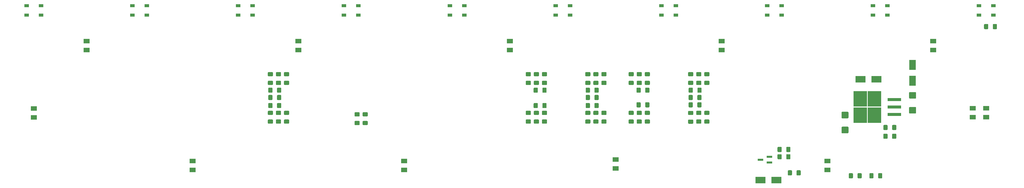
<source format=gbr>
%TF.GenerationSoftware,KiCad,Pcbnew,(5.1.6)-1*%
%TF.CreationDate,2021-05-10T16:49:00-07:00*%
%TF.ProjectId,NiCd Battery Shield - VP400KH,4e694364-2042-4617-9474-657279205368,1*%
%TF.SameCoordinates,Original*%
%TF.FileFunction,Paste,Top*%
%TF.FilePolarity,Positive*%
%FSLAX46Y46*%
G04 Gerber Fmt 4.6, Leading zero omitted, Abs format (unit mm)*
G04 Created by KiCad (PCBNEW (5.1.6)-1) date 2021-05-10 16:49:00*
%MOMM*%
%LPD*%
G01*
G04 APERTURE LIST*
%ADD10R,3.500000X2.300000*%
%ADD11R,1.500000X1.000000*%
%ADD12R,2.000000X1.520000*%
%ADD13R,1.900000X0.800000*%
%ADD14R,4.550000X5.250000*%
%ADD15R,4.600000X1.100000*%
%ADD16R,2.300000X3.500000*%
G04 APERTURE END LIST*
D10*
%TO.C,D1*%
X339300000Y-151000000D03*
X344700000Y-151000000D03*
%TD*%
%TO.C,R47*%
G36*
G01*
X317512500Y-183625000D02*
X317512500Y-182375000D01*
G75*
G02*
X317762500Y-182125000I250000J0D01*
G01*
X318687500Y-182125000D01*
G75*
G02*
X318937500Y-182375000I0J-250000D01*
G01*
X318937500Y-183625000D01*
G75*
G02*
X318687500Y-183875000I-250000J0D01*
G01*
X317762500Y-183875000D01*
G75*
G02*
X317512500Y-183625000I0J250000D01*
G01*
G37*
G36*
G01*
X314537500Y-183625000D02*
X314537500Y-182375000D01*
G75*
G02*
X314787500Y-182125000I250000J0D01*
G01*
X315712500Y-182125000D01*
G75*
G02*
X315962500Y-182375000I0J-250000D01*
G01*
X315962500Y-183625000D01*
G75*
G02*
X315712500Y-183875000I-250000J0D01*
G01*
X314787500Y-183875000D01*
G75*
G02*
X314537500Y-183625000I0J250000D01*
G01*
G37*
%TD*%
%TO.C,C6*%
G36*
G01*
X333074999Y-167225000D02*
X334925001Y-167225000D01*
G75*
G02*
X335175000Y-167474999I0J-249999D01*
G01*
X335175000Y-169225001D01*
G75*
G02*
X334925001Y-169475000I-249999J0D01*
G01*
X333074999Y-169475000D01*
G75*
G02*
X332825000Y-169225001I0J249999D01*
G01*
X332825000Y-167474999D01*
G75*
G02*
X333074999Y-167225000I249999J0D01*
G01*
G37*
G36*
G01*
X333074999Y-162125000D02*
X334925001Y-162125000D01*
G75*
G02*
X335175000Y-162374999I0J-249999D01*
G01*
X335175000Y-164125001D01*
G75*
G02*
X334925001Y-164375000I-249999J0D01*
G01*
X333074999Y-164375000D01*
G75*
G02*
X332825000Y-164125001I0J249999D01*
G01*
X332825000Y-162374999D01*
G75*
G02*
X333074999Y-162125000I249999J0D01*
G01*
G37*
%TD*%
%TO.C,C5*%
G36*
G01*
X356074999Y-160475000D02*
X357925001Y-160475000D01*
G75*
G02*
X358175000Y-160724999I0J-249999D01*
G01*
X358175000Y-162475001D01*
G75*
G02*
X357925001Y-162725000I-249999J0D01*
G01*
X356074999Y-162725000D01*
G75*
G02*
X355825000Y-162475001I0J249999D01*
G01*
X355825000Y-160724999D01*
G75*
G02*
X356074999Y-160475000I249999J0D01*
G01*
G37*
G36*
G01*
X356074999Y-155375000D02*
X357925001Y-155375000D01*
G75*
G02*
X358175000Y-155624999I0J-249999D01*
G01*
X358175000Y-157375001D01*
G75*
G02*
X357925001Y-157625000I-249999J0D01*
G01*
X356074999Y-157625000D01*
G75*
G02*
X355825000Y-157375001I0J249999D01*
G01*
X355825000Y-155624999D01*
G75*
G02*
X356074999Y-155375000I249999J0D01*
G01*
G37*
%TD*%
%TO.C,C1*%
G36*
G01*
X283762500Y-157875000D02*
X283762500Y-156625000D01*
G75*
G02*
X284012500Y-156375000I250000J0D01*
G01*
X284937500Y-156375000D01*
G75*
G02*
X285187500Y-156625000I0J-250000D01*
G01*
X285187500Y-157875000D01*
G75*
G02*
X284937500Y-158125000I-250000J0D01*
G01*
X284012500Y-158125000D01*
G75*
G02*
X283762500Y-157875000I0J250000D01*
G01*
G37*
G36*
G01*
X280787500Y-157875000D02*
X280787500Y-156625000D01*
G75*
G02*
X281037500Y-156375000I250000J0D01*
G01*
X281962500Y-156375000D01*
G75*
G02*
X282212500Y-156625000I0J-250000D01*
G01*
X282212500Y-157875000D01*
G75*
G02*
X281962500Y-158125000I-250000J0D01*
G01*
X281037500Y-158125000D01*
G75*
G02*
X280787500Y-157875000I0J250000D01*
G01*
G37*
%TD*%
%TO.C,C2*%
G36*
G01*
X248762500Y-157875000D02*
X248762500Y-156625000D01*
G75*
G02*
X249012500Y-156375000I250000J0D01*
G01*
X249937500Y-156375000D01*
G75*
G02*
X250187500Y-156625000I0J-250000D01*
G01*
X250187500Y-157875000D01*
G75*
G02*
X249937500Y-158125000I-250000J0D01*
G01*
X249012500Y-158125000D01*
G75*
G02*
X248762500Y-157875000I0J250000D01*
G01*
G37*
G36*
G01*
X245787500Y-157875000D02*
X245787500Y-156625000D01*
G75*
G02*
X246037500Y-156375000I250000J0D01*
G01*
X246962500Y-156375000D01*
G75*
G02*
X247212500Y-156625000I0J-250000D01*
G01*
X247212500Y-157875000D01*
G75*
G02*
X246962500Y-158125000I-250000J0D01*
G01*
X246037500Y-158125000D01*
G75*
G02*
X245787500Y-157875000I0J250000D01*
G01*
G37*
%TD*%
%TO.C,C3*%
G36*
G01*
X140762500Y-157875000D02*
X140762500Y-156625000D01*
G75*
G02*
X141012500Y-156375000I250000J0D01*
G01*
X141937500Y-156375000D01*
G75*
G02*
X142187500Y-156625000I0J-250000D01*
G01*
X142187500Y-157875000D01*
G75*
G02*
X141937500Y-158125000I-250000J0D01*
G01*
X141012500Y-158125000D01*
G75*
G02*
X140762500Y-157875000I0J250000D01*
G01*
G37*
G36*
G01*
X137787500Y-157875000D02*
X137787500Y-156625000D01*
G75*
G02*
X138037500Y-156375000I250000J0D01*
G01*
X138962500Y-156375000D01*
G75*
G02*
X139212500Y-156625000I0J-250000D01*
G01*
X139212500Y-157875000D01*
G75*
G02*
X138962500Y-158125000I-250000J0D01*
G01*
X138037500Y-158125000D01*
G75*
G02*
X137787500Y-157875000I0J250000D01*
G01*
G37*
%TD*%
%TO.C,D6*%
X310650000Y-185500000D03*
X305250000Y-185500000D03*
%TD*%
D11*
%TO.C,D7*%
X379550000Y-125900000D03*
X379550000Y-129100000D03*
X384450000Y-125900000D03*
X384450000Y-129100000D03*
%TD*%
%TO.C,D8*%
X343550000Y-125900000D03*
X343550000Y-129100000D03*
X348450000Y-125900000D03*
X348450000Y-129100000D03*
%TD*%
%TO.C,D9*%
X307550000Y-125900000D03*
X307550000Y-129100000D03*
X312450000Y-125900000D03*
X312450000Y-129100000D03*
%TD*%
%TO.C,D10*%
X271550000Y-125900000D03*
X271550000Y-129100000D03*
X276450000Y-125900000D03*
X276450000Y-129100000D03*
%TD*%
%TO.C,D11*%
X235550000Y-125900000D03*
X235550000Y-129100000D03*
X240450000Y-125900000D03*
X240450000Y-129100000D03*
%TD*%
%TO.C,D12*%
X199550000Y-125900000D03*
X199550000Y-129100000D03*
X204450000Y-125900000D03*
X204450000Y-129100000D03*
%TD*%
%TO.C,D13*%
X163550000Y-125900000D03*
X163550000Y-129100000D03*
X168450000Y-125900000D03*
X168450000Y-129100000D03*
%TD*%
%TO.C,D14*%
X127550000Y-125900000D03*
X127550000Y-129100000D03*
X132450000Y-125900000D03*
X132450000Y-129100000D03*
%TD*%
%TO.C,D15*%
X91550000Y-125900000D03*
X91550000Y-129100000D03*
X96450000Y-125900000D03*
X96450000Y-129100000D03*
%TD*%
%TO.C,D16*%
X55550000Y-125900000D03*
X55550000Y-129100000D03*
X60450000Y-125900000D03*
X60450000Y-129100000D03*
%TD*%
D12*
%TO.C,F1*%
X382000000Y-160960000D03*
X382000000Y-164000000D03*
%TD*%
%TO.C,F2*%
X364000000Y-141040000D03*
X364000000Y-138000000D03*
%TD*%
%TO.C,F3*%
X328000000Y-178960000D03*
X328000000Y-182000000D03*
%TD*%
%TO.C,F4*%
X292000000Y-141040000D03*
X292000000Y-138000000D03*
%TD*%
%TO.C,F5*%
X256000000Y-178460000D03*
X256000000Y-181500000D03*
%TD*%
%TO.C,F12*%
X377500000Y-160960000D03*
X377500000Y-164000000D03*
%TD*%
D13*
%TO.C,Q1*%
X305250000Y-178500000D03*
X308250000Y-177550000D03*
X308250000Y-179450000D03*
%TD*%
%TO.C,R1*%
G36*
G01*
X283762500Y-160375000D02*
X283762500Y-159125000D01*
G75*
G02*
X284012500Y-158875000I250000J0D01*
G01*
X284937500Y-158875000D01*
G75*
G02*
X285187500Y-159125000I0J-250000D01*
G01*
X285187500Y-160375000D01*
G75*
G02*
X284937500Y-160625000I-250000J0D01*
G01*
X284012500Y-160625000D01*
G75*
G02*
X283762500Y-160375000I0J250000D01*
G01*
G37*
G36*
G01*
X280787500Y-160375000D02*
X280787500Y-159125000D01*
G75*
G02*
X281037500Y-158875000I250000J0D01*
G01*
X281962500Y-158875000D01*
G75*
G02*
X282212500Y-159125000I0J-250000D01*
G01*
X282212500Y-160375000D01*
G75*
G02*
X281962500Y-160625000I-250000J0D01*
G01*
X281037500Y-160625000D01*
G75*
G02*
X280787500Y-160375000I0J250000D01*
G01*
G37*
%TD*%
%TO.C,R2*%
G36*
G01*
X287625000Y-163212500D02*
X286375000Y-163212500D01*
G75*
G02*
X286125000Y-162962500I0J250000D01*
G01*
X286125000Y-162037500D01*
G75*
G02*
X286375000Y-161787500I250000J0D01*
G01*
X287625000Y-161787500D01*
G75*
G02*
X287875000Y-162037500I0J-250000D01*
G01*
X287875000Y-162962500D01*
G75*
G02*
X287625000Y-163212500I-250000J0D01*
G01*
G37*
G36*
G01*
X287625000Y-166187500D02*
X286375000Y-166187500D01*
G75*
G02*
X286125000Y-165937500I0J250000D01*
G01*
X286125000Y-165012500D01*
G75*
G02*
X286375000Y-164762500I250000J0D01*
G01*
X287625000Y-164762500D01*
G75*
G02*
X287875000Y-165012500I0J-250000D01*
G01*
X287875000Y-165937500D01*
G75*
G02*
X287625000Y-166187500I-250000J0D01*
G01*
G37*
%TD*%
%TO.C,R3*%
G36*
G01*
X284875000Y-163212500D02*
X283625000Y-163212500D01*
G75*
G02*
X283375000Y-162962500I0J250000D01*
G01*
X283375000Y-162037500D01*
G75*
G02*
X283625000Y-161787500I250000J0D01*
G01*
X284875000Y-161787500D01*
G75*
G02*
X285125000Y-162037500I0J-250000D01*
G01*
X285125000Y-162962500D01*
G75*
G02*
X284875000Y-163212500I-250000J0D01*
G01*
G37*
G36*
G01*
X284875000Y-166187500D02*
X283625000Y-166187500D01*
G75*
G02*
X283375000Y-165937500I0J250000D01*
G01*
X283375000Y-165012500D01*
G75*
G02*
X283625000Y-164762500I250000J0D01*
G01*
X284875000Y-164762500D01*
G75*
G02*
X285125000Y-165012500I0J-250000D01*
G01*
X285125000Y-165937500D01*
G75*
G02*
X284875000Y-166187500I-250000J0D01*
G01*
G37*
%TD*%
%TO.C,R4*%
G36*
G01*
X280875000Y-164787500D02*
X282125000Y-164787500D01*
G75*
G02*
X282375000Y-165037500I0J-250000D01*
G01*
X282375000Y-165962500D01*
G75*
G02*
X282125000Y-166212500I-250000J0D01*
G01*
X280875000Y-166212500D01*
G75*
G02*
X280625000Y-165962500I0J250000D01*
G01*
X280625000Y-165037500D01*
G75*
G02*
X280875000Y-164787500I250000J0D01*
G01*
G37*
G36*
G01*
X280875000Y-161812500D02*
X282125000Y-161812500D01*
G75*
G02*
X282375000Y-162062500I0J-250000D01*
G01*
X282375000Y-162987500D01*
G75*
G02*
X282125000Y-163237500I-250000J0D01*
G01*
X280875000Y-163237500D01*
G75*
G02*
X280625000Y-162987500I0J250000D01*
G01*
X280625000Y-162062500D01*
G75*
G02*
X280875000Y-161812500I250000J0D01*
G01*
G37*
%TD*%
%TO.C,R5*%
G36*
G01*
X283787500Y-155375000D02*
X283787500Y-154125000D01*
G75*
G02*
X284037500Y-153875000I250000J0D01*
G01*
X284962500Y-153875000D01*
G75*
G02*
X285212500Y-154125000I0J-250000D01*
G01*
X285212500Y-155375000D01*
G75*
G02*
X284962500Y-155625000I-250000J0D01*
G01*
X284037500Y-155625000D01*
G75*
G02*
X283787500Y-155375000I0J250000D01*
G01*
G37*
G36*
G01*
X280812500Y-155375000D02*
X280812500Y-154125000D01*
G75*
G02*
X281062500Y-153875000I250000J0D01*
G01*
X281987500Y-153875000D01*
G75*
G02*
X282237500Y-154125000I0J-250000D01*
G01*
X282237500Y-155375000D01*
G75*
G02*
X281987500Y-155625000I-250000J0D01*
G01*
X281062500Y-155625000D01*
G75*
G02*
X280812500Y-155375000I0J250000D01*
G01*
G37*
%TD*%
%TO.C,R6*%
G36*
G01*
X286375000Y-151537500D02*
X287625000Y-151537500D01*
G75*
G02*
X287875000Y-151787500I0J-250000D01*
G01*
X287875000Y-152712500D01*
G75*
G02*
X287625000Y-152962500I-250000J0D01*
G01*
X286375000Y-152962500D01*
G75*
G02*
X286125000Y-152712500I0J250000D01*
G01*
X286125000Y-151787500D01*
G75*
G02*
X286375000Y-151537500I250000J0D01*
G01*
G37*
G36*
G01*
X286375000Y-148562500D02*
X287625000Y-148562500D01*
G75*
G02*
X287875000Y-148812500I0J-250000D01*
G01*
X287875000Y-149737500D01*
G75*
G02*
X287625000Y-149987500I-250000J0D01*
G01*
X286375000Y-149987500D01*
G75*
G02*
X286125000Y-149737500I0J250000D01*
G01*
X286125000Y-148812500D01*
G75*
G02*
X286375000Y-148562500I250000J0D01*
G01*
G37*
%TD*%
%TO.C,R7*%
G36*
G01*
X283625000Y-151537500D02*
X284875000Y-151537500D01*
G75*
G02*
X285125000Y-151787500I0J-250000D01*
G01*
X285125000Y-152712500D01*
G75*
G02*
X284875000Y-152962500I-250000J0D01*
G01*
X283625000Y-152962500D01*
G75*
G02*
X283375000Y-152712500I0J250000D01*
G01*
X283375000Y-151787500D01*
G75*
G02*
X283625000Y-151537500I250000J0D01*
G01*
G37*
G36*
G01*
X283625000Y-148562500D02*
X284875000Y-148562500D01*
G75*
G02*
X285125000Y-148812500I0J-250000D01*
G01*
X285125000Y-149737500D01*
G75*
G02*
X284875000Y-149987500I-250000J0D01*
G01*
X283625000Y-149987500D01*
G75*
G02*
X283375000Y-149737500I0J250000D01*
G01*
X283375000Y-148812500D01*
G75*
G02*
X283625000Y-148562500I250000J0D01*
G01*
G37*
%TD*%
%TO.C,R8*%
G36*
G01*
X282125000Y-149987500D02*
X280875000Y-149987500D01*
G75*
G02*
X280625000Y-149737500I0J250000D01*
G01*
X280625000Y-148812500D01*
G75*
G02*
X280875000Y-148562500I250000J0D01*
G01*
X282125000Y-148562500D01*
G75*
G02*
X282375000Y-148812500I0J-250000D01*
G01*
X282375000Y-149737500D01*
G75*
G02*
X282125000Y-149987500I-250000J0D01*
G01*
G37*
G36*
G01*
X282125000Y-152962500D02*
X280875000Y-152962500D01*
G75*
G02*
X280625000Y-152712500I0J250000D01*
G01*
X280625000Y-151787500D01*
G75*
G02*
X280875000Y-151537500I250000J0D01*
G01*
X282125000Y-151537500D01*
G75*
G02*
X282375000Y-151787500I0J-250000D01*
G01*
X282375000Y-152712500D01*
G75*
G02*
X282125000Y-152962500I-250000J0D01*
G01*
G37*
%TD*%
%TO.C,R9*%
G36*
G01*
X264487500Y-154125000D02*
X264487500Y-155375000D01*
G75*
G02*
X264237500Y-155625000I-250000J0D01*
G01*
X263312500Y-155625000D01*
G75*
G02*
X263062500Y-155375000I0J250000D01*
G01*
X263062500Y-154125000D01*
G75*
G02*
X263312500Y-153875000I250000J0D01*
G01*
X264237500Y-153875000D01*
G75*
G02*
X264487500Y-154125000I0J-250000D01*
G01*
G37*
G36*
G01*
X267462500Y-154125000D02*
X267462500Y-155375000D01*
G75*
G02*
X267212500Y-155625000I-250000J0D01*
G01*
X266287500Y-155625000D01*
G75*
G02*
X266037500Y-155375000I0J250000D01*
G01*
X266037500Y-154125000D01*
G75*
G02*
X266287500Y-153875000I250000J0D01*
G01*
X267212500Y-153875000D01*
G75*
G02*
X267462500Y-154125000I0J-250000D01*
G01*
G37*
%TD*%
%TO.C,R10*%
G36*
G01*
X260625000Y-151537500D02*
X261875000Y-151537500D01*
G75*
G02*
X262125000Y-151787500I0J-250000D01*
G01*
X262125000Y-152712500D01*
G75*
G02*
X261875000Y-152962500I-250000J0D01*
G01*
X260625000Y-152962500D01*
G75*
G02*
X260375000Y-152712500I0J250000D01*
G01*
X260375000Y-151787500D01*
G75*
G02*
X260625000Y-151537500I250000J0D01*
G01*
G37*
G36*
G01*
X260625000Y-148562500D02*
X261875000Y-148562500D01*
G75*
G02*
X262125000Y-148812500I0J-250000D01*
G01*
X262125000Y-149737500D01*
G75*
G02*
X261875000Y-149987500I-250000J0D01*
G01*
X260625000Y-149987500D01*
G75*
G02*
X260375000Y-149737500I0J250000D01*
G01*
X260375000Y-148812500D01*
G75*
G02*
X260625000Y-148562500I250000J0D01*
G01*
G37*
%TD*%
%TO.C,R11*%
G36*
G01*
X263375000Y-151537500D02*
X264625000Y-151537500D01*
G75*
G02*
X264875000Y-151787500I0J-250000D01*
G01*
X264875000Y-152712500D01*
G75*
G02*
X264625000Y-152962500I-250000J0D01*
G01*
X263375000Y-152962500D01*
G75*
G02*
X263125000Y-152712500I0J250000D01*
G01*
X263125000Y-151787500D01*
G75*
G02*
X263375000Y-151537500I250000J0D01*
G01*
G37*
G36*
G01*
X263375000Y-148562500D02*
X264625000Y-148562500D01*
G75*
G02*
X264875000Y-148812500I0J-250000D01*
G01*
X264875000Y-149737500D01*
G75*
G02*
X264625000Y-149987500I-250000J0D01*
G01*
X263375000Y-149987500D01*
G75*
G02*
X263125000Y-149737500I0J250000D01*
G01*
X263125000Y-148812500D01*
G75*
G02*
X263375000Y-148562500I250000J0D01*
G01*
G37*
%TD*%
%TO.C,R12*%
G36*
G01*
X267375000Y-149987500D02*
X266125000Y-149987500D01*
G75*
G02*
X265875000Y-149737500I0J250000D01*
G01*
X265875000Y-148812500D01*
G75*
G02*
X266125000Y-148562500I250000J0D01*
G01*
X267375000Y-148562500D01*
G75*
G02*
X267625000Y-148812500I0J-250000D01*
G01*
X267625000Y-149737500D01*
G75*
G02*
X267375000Y-149987500I-250000J0D01*
G01*
G37*
G36*
G01*
X267375000Y-152962500D02*
X266125000Y-152962500D01*
G75*
G02*
X265875000Y-152712500I0J250000D01*
G01*
X265875000Y-151787500D01*
G75*
G02*
X266125000Y-151537500I250000J0D01*
G01*
X267375000Y-151537500D01*
G75*
G02*
X267625000Y-151787500I0J-250000D01*
G01*
X267625000Y-152712500D01*
G75*
G02*
X267375000Y-152962500I-250000J0D01*
G01*
G37*
%TD*%
%TO.C,R13*%
G36*
G01*
X264487500Y-159125000D02*
X264487500Y-160375000D01*
G75*
G02*
X264237500Y-160625000I-250000J0D01*
G01*
X263312500Y-160625000D01*
G75*
G02*
X263062500Y-160375000I0J250000D01*
G01*
X263062500Y-159125000D01*
G75*
G02*
X263312500Y-158875000I250000J0D01*
G01*
X264237500Y-158875000D01*
G75*
G02*
X264487500Y-159125000I0J-250000D01*
G01*
G37*
G36*
G01*
X267462500Y-159125000D02*
X267462500Y-160375000D01*
G75*
G02*
X267212500Y-160625000I-250000J0D01*
G01*
X266287500Y-160625000D01*
G75*
G02*
X266037500Y-160375000I0J250000D01*
G01*
X266037500Y-159125000D01*
G75*
G02*
X266287500Y-158875000I250000J0D01*
G01*
X267212500Y-158875000D01*
G75*
G02*
X267462500Y-159125000I0J-250000D01*
G01*
G37*
%TD*%
%TO.C,R14*%
G36*
G01*
X261875000Y-163212500D02*
X260625000Y-163212500D01*
G75*
G02*
X260375000Y-162962500I0J250000D01*
G01*
X260375000Y-162037500D01*
G75*
G02*
X260625000Y-161787500I250000J0D01*
G01*
X261875000Y-161787500D01*
G75*
G02*
X262125000Y-162037500I0J-250000D01*
G01*
X262125000Y-162962500D01*
G75*
G02*
X261875000Y-163212500I-250000J0D01*
G01*
G37*
G36*
G01*
X261875000Y-166187500D02*
X260625000Y-166187500D01*
G75*
G02*
X260375000Y-165937500I0J250000D01*
G01*
X260375000Y-165012500D01*
G75*
G02*
X260625000Y-164762500I250000J0D01*
G01*
X261875000Y-164762500D01*
G75*
G02*
X262125000Y-165012500I0J-250000D01*
G01*
X262125000Y-165937500D01*
G75*
G02*
X261875000Y-166187500I-250000J0D01*
G01*
G37*
%TD*%
%TO.C,R15*%
G36*
G01*
X264625000Y-163212500D02*
X263375000Y-163212500D01*
G75*
G02*
X263125000Y-162962500I0J250000D01*
G01*
X263125000Y-162037500D01*
G75*
G02*
X263375000Y-161787500I250000J0D01*
G01*
X264625000Y-161787500D01*
G75*
G02*
X264875000Y-162037500I0J-250000D01*
G01*
X264875000Y-162962500D01*
G75*
G02*
X264625000Y-163212500I-250000J0D01*
G01*
G37*
G36*
G01*
X264625000Y-166187500D02*
X263375000Y-166187500D01*
G75*
G02*
X263125000Y-165937500I0J250000D01*
G01*
X263125000Y-165012500D01*
G75*
G02*
X263375000Y-164762500I250000J0D01*
G01*
X264625000Y-164762500D01*
G75*
G02*
X264875000Y-165012500I0J-250000D01*
G01*
X264875000Y-165937500D01*
G75*
G02*
X264625000Y-166187500I-250000J0D01*
G01*
G37*
%TD*%
%TO.C,R16*%
G36*
G01*
X266125000Y-164762500D02*
X267375000Y-164762500D01*
G75*
G02*
X267625000Y-165012500I0J-250000D01*
G01*
X267625000Y-165937500D01*
G75*
G02*
X267375000Y-166187500I-250000J0D01*
G01*
X266125000Y-166187500D01*
G75*
G02*
X265875000Y-165937500I0J250000D01*
G01*
X265875000Y-165012500D01*
G75*
G02*
X266125000Y-164762500I250000J0D01*
G01*
G37*
G36*
G01*
X266125000Y-161787500D02*
X267375000Y-161787500D01*
G75*
G02*
X267625000Y-162037500I0J-250000D01*
G01*
X267625000Y-162962500D01*
G75*
G02*
X267375000Y-163212500I-250000J0D01*
G01*
X266125000Y-163212500D01*
G75*
G02*
X265875000Y-162962500I0J250000D01*
G01*
X265875000Y-162037500D01*
G75*
G02*
X266125000Y-161787500I250000J0D01*
G01*
G37*
%TD*%
%TO.C,R17*%
G36*
G01*
X248762500Y-160625000D02*
X248762500Y-159375000D01*
G75*
G02*
X249012500Y-159125000I250000J0D01*
G01*
X249937500Y-159125000D01*
G75*
G02*
X250187500Y-159375000I0J-250000D01*
G01*
X250187500Y-160625000D01*
G75*
G02*
X249937500Y-160875000I-250000J0D01*
G01*
X249012500Y-160875000D01*
G75*
G02*
X248762500Y-160625000I0J250000D01*
G01*
G37*
G36*
G01*
X245787500Y-160625000D02*
X245787500Y-159375000D01*
G75*
G02*
X246037500Y-159125000I250000J0D01*
G01*
X246962500Y-159125000D01*
G75*
G02*
X247212500Y-159375000I0J-250000D01*
G01*
X247212500Y-160625000D01*
G75*
G02*
X246962500Y-160875000I-250000J0D01*
G01*
X246037500Y-160875000D01*
G75*
G02*
X245787500Y-160625000I0J250000D01*
G01*
G37*
%TD*%
%TO.C,R18*%
G36*
G01*
X252625000Y-163212500D02*
X251375000Y-163212500D01*
G75*
G02*
X251125000Y-162962500I0J250000D01*
G01*
X251125000Y-162037500D01*
G75*
G02*
X251375000Y-161787500I250000J0D01*
G01*
X252625000Y-161787500D01*
G75*
G02*
X252875000Y-162037500I0J-250000D01*
G01*
X252875000Y-162962500D01*
G75*
G02*
X252625000Y-163212500I-250000J0D01*
G01*
G37*
G36*
G01*
X252625000Y-166187500D02*
X251375000Y-166187500D01*
G75*
G02*
X251125000Y-165937500I0J250000D01*
G01*
X251125000Y-165012500D01*
G75*
G02*
X251375000Y-164762500I250000J0D01*
G01*
X252625000Y-164762500D01*
G75*
G02*
X252875000Y-165012500I0J-250000D01*
G01*
X252875000Y-165937500D01*
G75*
G02*
X252625000Y-166187500I-250000J0D01*
G01*
G37*
%TD*%
%TO.C,R19*%
G36*
G01*
X249875000Y-163212500D02*
X248625000Y-163212500D01*
G75*
G02*
X248375000Y-162962500I0J250000D01*
G01*
X248375000Y-162037500D01*
G75*
G02*
X248625000Y-161787500I250000J0D01*
G01*
X249875000Y-161787500D01*
G75*
G02*
X250125000Y-162037500I0J-250000D01*
G01*
X250125000Y-162962500D01*
G75*
G02*
X249875000Y-163212500I-250000J0D01*
G01*
G37*
G36*
G01*
X249875000Y-166187500D02*
X248625000Y-166187500D01*
G75*
G02*
X248375000Y-165937500I0J250000D01*
G01*
X248375000Y-165012500D01*
G75*
G02*
X248625000Y-164762500I250000J0D01*
G01*
X249875000Y-164762500D01*
G75*
G02*
X250125000Y-165012500I0J-250000D01*
G01*
X250125000Y-165937500D01*
G75*
G02*
X249875000Y-166187500I-250000J0D01*
G01*
G37*
%TD*%
%TO.C,R20*%
G36*
G01*
X245875000Y-164762500D02*
X247125000Y-164762500D01*
G75*
G02*
X247375000Y-165012500I0J-250000D01*
G01*
X247375000Y-165937500D01*
G75*
G02*
X247125000Y-166187500I-250000J0D01*
G01*
X245875000Y-166187500D01*
G75*
G02*
X245625000Y-165937500I0J250000D01*
G01*
X245625000Y-165012500D01*
G75*
G02*
X245875000Y-164762500I250000J0D01*
G01*
G37*
G36*
G01*
X245875000Y-161787500D02*
X247125000Y-161787500D01*
G75*
G02*
X247375000Y-162037500I0J-250000D01*
G01*
X247375000Y-162962500D01*
G75*
G02*
X247125000Y-163212500I-250000J0D01*
G01*
X245875000Y-163212500D01*
G75*
G02*
X245625000Y-162962500I0J250000D01*
G01*
X245625000Y-162037500D01*
G75*
G02*
X245875000Y-161787500I250000J0D01*
G01*
G37*
%TD*%
%TO.C,R21*%
G36*
G01*
X248762500Y-155375000D02*
X248762500Y-154125000D01*
G75*
G02*
X249012500Y-153875000I250000J0D01*
G01*
X249937500Y-153875000D01*
G75*
G02*
X250187500Y-154125000I0J-250000D01*
G01*
X250187500Y-155375000D01*
G75*
G02*
X249937500Y-155625000I-250000J0D01*
G01*
X249012500Y-155625000D01*
G75*
G02*
X248762500Y-155375000I0J250000D01*
G01*
G37*
G36*
G01*
X245787500Y-155375000D02*
X245787500Y-154125000D01*
G75*
G02*
X246037500Y-153875000I250000J0D01*
G01*
X246962500Y-153875000D01*
G75*
G02*
X247212500Y-154125000I0J-250000D01*
G01*
X247212500Y-155375000D01*
G75*
G02*
X246962500Y-155625000I-250000J0D01*
G01*
X246037500Y-155625000D01*
G75*
G02*
X245787500Y-155375000I0J250000D01*
G01*
G37*
%TD*%
%TO.C,R22*%
G36*
G01*
X251375000Y-151537500D02*
X252625000Y-151537500D01*
G75*
G02*
X252875000Y-151787500I0J-250000D01*
G01*
X252875000Y-152712500D01*
G75*
G02*
X252625000Y-152962500I-250000J0D01*
G01*
X251375000Y-152962500D01*
G75*
G02*
X251125000Y-152712500I0J250000D01*
G01*
X251125000Y-151787500D01*
G75*
G02*
X251375000Y-151537500I250000J0D01*
G01*
G37*
G36*
G01*
X251375000Y-148562500D02*
X252625000Y-148562500D01*
G75*
G02*
X252875000Y-148812500I0J-250000D01*
G01*
X252875000Y-149737500D01*
G75*
G02*
X252625000Y-149987500I-250000J0D01*
G01*
X251375000Y-149987500D01*
G75*
G02*
X251125000Y-149737500I0J250000D01*
G01*
X251125000Y-148812500D01*
G75*
G02*
X251375000Y-148562500I250000J0D01*
G01*
G37*
%TD*%
%TO.C,R23*%
G36*
G01*
X248625000Y-151537500D02*
X249875000Y-151537500D01*
G75*
G02*
X250125000Y-151787500I0J-250000D01*
G01*
X250125000Y-152712500D01*
G75*
G02*
X249875000Y-152962500I-250000J0D01*
G01*
X248625000Y-152962500D01*
G75*
G02*
X248375000Y-152712500I0J250000D01*
G01*
X248375000Y-151787500D01*
G75*
G02*
X248625000Y-151537500I250000J0D01*
G01*
G37*
G36*
G01*
X248625000Y-148562500D02*
X249875000Y-148562500D01*
G75*
G02*
X250125000Y-148812500I0J-250000D01*
G01*
X250125000Y-149737500D01*
G75*
G02*
X249875000Y-149987500I-250000J0D01*
G01*
X248625000Y-149987500D01*
G75*
G02*
X248375000Y-149737500I0J250000D01*
G01*
X248375000Y-148812500D01*
G75*
G02*
X248625000Y-148562500I250000J0D01*
G01*
G37*
%TD*%
%TO.C,R24*%
G36*
G01*
X247125000Y-149987500D02*
X245875000Y-149987500D01*
G75*
G02*
X245625000Y-149737500I0J250000D01*
G01*
X245625000Y-148812500D01*
G75*
G02*
X245875000Y-148562500I250000J0D01*
G01*
X247125000Y-148562500D01*
G75*
G02*
X247375000Y-148812500I0J-250000D01*
G01*
X247375000Y-149737500D01*
G75*
G02*
X247125000Y-149987500I-250000J0D01*
G01*
G37*
G36*
G01*
X247125000Y-152962500D02*
X245875000Y-152962500D01*
G75*
G02*
X245625000Y-152712500I0J250000D01*
G01*
X245625000Y-151787500D01*
G75*
G02*
X245875000Y-151537500I250000J0D01*
G01*
X247125000Y-151537500D01*
G75*
G02*
X247375000Y-151787500I0J-250000D01*
G01*
X247375000Y-152712500D01*
G75*
G02*
X247125000Y-152962500I-250000J0D01*
G01*
G37*
%TD*%
%TO.C,R25*%
G36*
G01*
X229487500Y-154125000D02*
X229487500Y-155375000D01*
G75*
G02*
X229237500Y-155625000I-250000J0D01*
G01*
X228312500Y-155625000D01*
G75*
G02*
X228062500Y-155375000I0J250000D01*
G01*
X228062500Y-154125000D01*
G75*
G02*
X228312500Y-153875000I250000J0D01*
G01*
X229237500Y-153875000D01*
G75*
G02*
X229487500Y-154125000I0J-250000D01*
G01*
G37*
G36*
G01*
X232462500Y-154125000D02*
X232462500Y-155375000D01*
G75*
G02*
X232212500Y-155625000I-250000J0D01*
G01*
X231287500Y-155625000D01*
G75*
G02*
X231037500Y-155375000I0J250000D01*
G01*
X231037500Y-154125000D01*
G75*
G02*
X231287500Y-153875000I250000J0D01*
G01*
X232212500Y-153875000D01*
G75*
G02*
X232462500Y-154125000I0J-250000D01*
G01*
G37*
%TD*%
%TO.C,R26*%
G36*
G01*
X225625000Y-151537500D02*
X226875000Y-151537500D01*
G75*
G02*
X227125000Y-151787500I0J-250000D01*
G01*
X227125000Y-152712500D01*
G75*
G02*
X226875000Y-152962500I-250000J0D01*
G01*
X225625000Y-152962500D01*
G75*
G02*
X225375000Y-152712500I0J250000D01*
G01*
X225375000Y-151787500D01*
G75*
G02*
X225625000Y-151537500I250000J0D01*
G01*
G37*
G36*
G01*
X225625000Y-148562500D02*
X226875000Y-148562500D01*
G75*
G02*
X227125000Y-148812500I0J-250000D01*
G01*
X227125000Y-149737500D01*
G75*
G02*
X226875000Y-149987500I-250000J0D01*
G01*
X225625000Y-149987500D01*
G75*
G02*
X225375000Y-149737500I0J250000D01*
G01*
X225375000Y-148812500D01*
G75*
G02*
X225625000Y-148562500I250000J0D01*
G01*
G37*
%TD*%
%TO.C,R27*%
G36*
G01*
X228375000Y-151537500D02*
X229625000Y-151537500D01*
G75*
G02*
X229875000Y-151787500I0J-250000D01*
G01*
X229875000Y-152712500D01*
G75*
G02*
X229625000Y-152962500I-250000J0D01*
G01*
X228375000Y-152962500D01*
G75*
G02*
X228125000Y-152712500I0J250000D01*
G01*
X228125000Y-151787500D01*
G75*
G02*
X228375000Y-151537500I250000J0D01*
G01*
G37*
G36*
G01*
X228375000Y-148562500D02*
X229625000Y-148562500D01*
G75*
G02*
X229875000Y-148812500I0J-250000D01*
G01*
X229875000Y-149737500D01*
G75*
G02*
X229625000Y-149987500I-250000J0D01*
G01*
X228375000Y-149987500D01*
G75*
G02*
X228125000Y-149737500I0J250000D01*
G01*
X228125000Y-148812500D01*
G75*
G02*
X228375000Y-148562500I250000J0D01*
G01*
G37*
%TD*%
%TO.C,R28*%
G36*
G01*
X232375000Y-149987500D02*
X231125000Y-149987500D01*
G75*
G02*
X230875000Y-149737500I0J250000D01*
G01*
X230875000Y-148812500D01*
G75*
G02*
X231125000Y-148562500I250000J0D01*
G01*
X232375000Y-148562500D01*
G75*
G02*
X232625000Y-148812500I0J-250000D01*
G01*
X232625000Y-149737500D01*
G75*
G02*
X232375000Y-149987500I-250000J0D01*
G01*
G37*
G36*
G01*
X232375000Y-152962500D02*
X231125000Y-152962500D01*
G75*
G02*
X230875000Y-152712500I0J250000D01*
G01*
X230875000Y-151787500D01*
G75*
G02*
X231125000Y-151537500I250000J0D01*
G01*
X232375000Y-151537500D01*
G75*
G02*
X232625000Y-151787500I0J-250000D01*
G01*
X232625000Y-152712500D01*
G75*
G02*
X232375000Y-152962500I-250000J0D01*
G01*
G37*
%TD*%
%TO.C,R29*%
G36*
G01*
X229487500Y-159375000D02*
X229487500Y-160625000D01*
G75*
G02*
X229237500Y-160875000I-250000J0D01*
G01*
X228312500Y-160875000D01*
G75*
G02*
X228062500Y-160625000I0J250000D01*
G01*
X228062500Y-159375000D01*
G75*
G02*
X228312500Y-159125000I250000J0D01*
G01*
X229237500Y-159125000D01*
G75*
G02*
X229487500Y-159375000I0J-250000D01*
G01*
G37*
G36*
G01*
X232462500Y-159375000D02*
X232462500Y-160625000D01*
G75*
G02*
X232212500Y-160875000I-250000J0D01*
G01*
X231287500Y-160875000D01*
G75*
G02*
X231037500Y-160625000I0J250000D01*
G01*
X231037500Y-159375000D01*
G75*
G02*
X231287500Y-159125000I250000J0D01*
G01*
X232212500Y-159125000D01*
G75*
G02*
X232462500Y-159375000I0J-250000D01*
G01*
G37*
%TD*%
%TO.C,R30*%
G36*
G01*
X226875000Y-163212500D02*
X225625000Y-163212500D01*
G75*
G02*
X225375000Y-162962500I0J250000D01*
G01*
X225375000Y-162037500D01*
G75*
G02*
X225625000Y-161787500I250000J0D01*
G01*
X226875000Y-161787500D01*
G75*
G02*
X227125000Y-162037500I0J-250000D01*
G01*
X227125000Y-162962500D01*
G75*
G02*
X226875000Y-163212500I-250000J0D01*
G01*
G37*
G36*
G01*
X226875000Y-166187500D02*
X225625000Y-166187500D01*
G75*
G02*
X225375000Y-165937500I0J250000D01*
G01*
X225375000Y-165012500D01*
G75*
G02*
X225625000Y-164762500I250000J0D01*
G01*
X226875000Y-164762500D01*
G75*
G02*
X227125000Y-165012500I0J-250000D01*
G01*
X227125000Y-165937500D01*
G75*
G02*
X226875000Y-166187500I-250000J0D01*
G01*
G37*
%TD*%
%TO.C,R31*%
G36*
G01*
X229625000Y-163212500D02*
X228375000Y-163212500D01*
G75*
G02*
X228125000Y-162962500I0J250000D01*
G01*
X228125000Y-162037500D01*
G75*
G02*
X228375000Y-161787500I250000J0D01*
G01*
X229625000Y-161787500D01*
G75*
G02*
X229875000Y-162037500I0J-250000D01*
G01*
X229875000Y-162962500D01*
G75*
G02*
X229625000Y-163212500I-250000J0D01*
G01*
G37*
G36*
G01*
X229625000Y-166187500D02*
X228375000Y-166187500D01*
G75*
G02*
X228125000Y-165937500I0J250000D01*
G01*
X228125000Y-165012500D01*
G75*
G02*
X228375000Y-164762500I250000J0D01*
G01*
X229625000Y-164762500D01*
G75*
G02*
X229875000Y-165012500I0J-250000D01*
G01*
X229875000Y-165937500D01*
G75*
G02*
X229625000Y-166187500I-250000J0D01*
G01*
G37*
%TD*%
%TO.C,R32*%
G36*
G01*
X231125000Y-164762500D02*
X232375000Y-164762500D01*
G75*
G02*
X232625000Y-165012500I0J-250000D01*
G01*
X232625000Y-165937500D01*
G75*
G02*
X232375000Y-166187500I-250000J0D01*
G01*
X231125000Y-166187500D01*
G75*
G02*
X230875000Y-165937500I0J250000D01*
G01*
X230875000Y-165012500D01*
G75*
G02*
X231125000Y-164762500I250000J0D01*
G01*
G37*
G36*
G01*
X231125000Y-161787500D02*
X232375000Y-161787500D01*
G75*
G02*
X232625000Y-162037500I0J-250000D01*
G01*
X232625000Y-162962500D01*
G75*
G02*
X232375000Y-163212500I-250000J0D01*
G01*
X231125000Y-163212500D01*
G75*
G02*
X230875000Y-162962500I0J250000D01*
G01*
X230875000Y-162037500D01*
G75*
G02*
X231125000Y-161787500I250000J0D01*
G01*
G37*
%TD*%
%TO.C,R33*%
G36*
G01*
X140762500Y-160625000D02*
X140762500Y-159375000D01*
G75*
G02*
X141012500Y-159125000I250000J0D01*
G01*
X141937500Y-159125000D01*
G75*
G02*
X142187500Y-159375000I0J-250000D01*
G01*
X142187500Y-160625000D01*
G75*
G02*
X141937500Y-160875000I-250000J0D01*
G01*
X141012500Y-160875000D01*
G75*
G02*
X140762500Y-160625000I0J250000D01*
G01*
G37*
G36*
G01*
X137787500Y-160625000D02*
X137787500Y-159375000D01*
G75*
G02*
X138037500Y-159125000I250000J0D01*
G01*
X138962500Y-159125000D01*
G75*
G02*
X139212500Y-159375000I0J-250000D01*
G01*
X139212500Y-160625000D01*
G75*
G02*
X138962500Y-160875000I-250000J0D01*
G01*
X138037500Y-160875000D01*
G75*
G02*
X137787500Y-160625000I0J250000D01*
G01*
G37*
%TD*%
%TO.C,R34*%
G36*
G01*
X144625000Y-163212500D02*
X143375000Y-163212500D01*
G75*
G02*
X143125000Y-162962500I0J250000D01*
G01*
X143125000Y-162037500D01*
G75*
G02*
X143375000Y-161787500I250000J0D01*
G01*
X144625000Y-161787500D01*
G75*
G02*
X144875000Y-162037500I0J-250000D01*
G01*
X144875000Y-162962500D01*
G75*
G02*
X144625000Y-163212500I-250000J0D01*
G01*
G37*
G36*
G01*
X144625000Y-166187500D02*
X143375000Y-166187500D01*
G75*
G02*
X143125000Y-165937500I0J250000D01*
G01*
X143125000Y-165012500D01*
G75*
G02*
X143375000Y-164762500I250000J0D01*
G01*
X144625000Y-164762500D01*
G75*
G02*
X144875000Y-165012500I0J-250000D01*
G01*
X144875000Y-165937500D01*
G75*
G02*
X144625000Y-166187500I-250000J0D01*
G01*
G37*
%TD*%
%TO.C,R35*%
G36*
G01*
X141875000Y-163212500D02*
X140625000Y-163212500D01*
G75*
G02*
X140375000Y-162962500I0J250000D01*
G01*
X140375000Y-162037500D01*
G75*
G02*
X140625000Y-161787500I250000J0D01*
G01*
X141875000Y-161787500D01*
G75*
G02*
X142125000Y-162037500I0J-250000D01*
G01*
X142125000Y-162962500D01*
G75*
G02*
X141875000Y-163212500I-250000J0D01*
G01*
G37*
G36*
G01*
X141875000Y-166187500D02*
X140625000Y-166187500D01*
G75*
G02*
X140375000Y-165937500I0J250000D01*
G01*
X140375000Y-165012500D01*
G75*
G02*
X140625000Y-164762500I250000J0D01*
G01*
X141875000Y-164762500D01*
G75*
G02*
X142125000Y-165012500I0J-250000D01*
G01*
X142125000Y-165937500D01*
G75*
G02*
X141875000Y-166187500I-250000J0D01*
G01*
G37*
%TD*%
%TO.C,R36*%
G36*
G01*
X137875000Y-164762500D02*
X139125000Y-164762500D01*
G75*
G02*
X139375000Y-165012500I0J-250000D01*
G01*
X139375000Y-165937500D01*
G75*
G02*
X139125000Y-166187500I-250000J0D01*
G01*
X137875000Y-166187500D01*
G75*
G02*
X137625000Y-165937500I0J250000D01*
G01*
X137625000Y-165012500D01*
G75*
G02*
X137875000Y-164762500I250000J0D01*
G01*
G37*
G36*
G01*
X137875000Y-161787500D02*
X139125000Y-161787500D01*
G75*
G02*
X139375000Y-162037500I0J-250000D01*
G01*
X139375000Y-162962500D01*
G75*
G02*
X139125000Y-163212500I-250000J0D01*
G01*
X137875000Y-163212500D01*
G75*
G02*
X137625000Y-162962500I0J250000D01*
G01*
X137625000Y-162037500D01*
G75*
G02*
X137875000Y-161787500I250000J0D01*
G01*
G37*
%TD*%
%TO.C,R37*%
G36*
G01*
X140762500Y-155375000D02*
X140762500Y-154125000D01*
G75*
G02*
X141012500Y-153875000I250000J0D01*
G01*
X141937500Y-153875000D01*
G75*
G02*
X142187500Y-154125000I0J-250000D01*
G01*
X142187500Y-155375000D01*
G75*
G02*
X141937500Y-155625000I-250000J0D01*
G01*
X141012500Y-155625000D01*
G75*
G02*
X140762500Y-155375000I0J250000D01*
G01*
G37*
G36*
G01*
X137787500Y-155375000D02*
X137787500Y-154125000D01*
G75*
G02*
X138037500Y-153875000I250000J0D01*
G01*
X138962500Y-153875000D01*
G75*
G02*
X139212500Y-154125000I0J-250000D01*
G01*
X139212500Y-155375000D01*
G75*
G02*
X138962500Y-155625000I-250000J0D01*
G01*
X138037500Y-155625000D01*
G75*
G02*
X137787500Y-155375000I0J250000D01*
G01*
G37*
%TD*%
%TO.C,R38*%
G36*
G01*
X143375000Y-151537500D02*
X144625000Y-151537500D01*
G75*
G02*
X144875000Y-151787500I0J-250000D01*
G01*
X144875000Y-152712500D01*
G75*
G02*
X144625000Y-152962500I-250000J0D01*
G01*
X143375000Y-152962500D01*
G75*
G02*
X143125000Y-152712500I0J250000D01*
G01*
X143125000Y-151787500D01*
G75*
G02*
X143375000Y-151537500I250000J0D01*
G01*
G37*
G36*
G01*
X143375000Y-148562500D02*
X144625000Y-148562500D01*
G75*
G02*
X144875000Y-148812500I0J-250000D01*
G01*
X144875000Y-149737500D01*
G75*
G02*
X144625000Y-149987500I-250000J0D01*
G01*
X143375000Y-149987500D01*
G75*
G02*
X143125000Y-149737500I0J250000D01*
G01*
X143125000Y-148812500D01*
G75*
G02*
X143375000Y-148562500I250000J0D01*
G01*
G37*
%TD*%
%TO.C,R39*%
G36*
G01*
X140625000Y-151537500D02*
X141875000Y-151537500D01*
G75*
G02*
X142125000Y-151787500I0J-250000D01*
G01*
X142125000Y-152712500D01*
G75*
G02*
X141875000Y-152962500I-250000J0D01*
G01*
X140625000Y-152962500D01*
G75*
G02*
X140375000Y-152712500I0J250000D01*
G01*
X140375000Y-151787500D01*
G75*
G02*
X140625000Y-151537500I250000J0D01*
G01*
G37*
G36*
G01*
X140625000Y-148562500D02*
X141875000Y-148562500D01*
G75*
G02*
X142125000Y-148812500I0J-250000D01*
G01*
X142125000Y-149737500D01*
G75*
G02*
X141875000Y-149987500I-250000J0D01*
G01*
X140625000Y-149987500D01*
G75*
G02*
X140375000Y-149737500I0J250000D01*
G01*
X140375000Y-148812500D01*
G75*
G02*
X140625000Y-148562500I250000J0D01*
G01*
G37*
%TD*%
%TO.C,R40*%
G36*
G01*
X139125000Y-149987500D02*
X137875000Y-149987500D01*
G75*
G02*
X137625000Y-149737500I0J250000D01*
G01*
X137625000Y-148812500D01*
G75*
G02*
X137875000Y-148562500I250000J0D01*
G01*
X139125000Y-148562500D01*
G75*
G02*
X139375000Y-148812500I0J-250000D01*
G01*
X139375000Y-149737500D01*
G75*
G02*
X139125000Y-149987500I-250000J0D01*
G01*
G37*
G36*
G01*
X139125000Y-152962500D02*
X137875000Y-152962500D01*
G75*
G02*
X137625000Y-152712500I0J250000D01*
G01*
X137625000Y-151787500D01*
G75*
G02*
X137875000Y-151537500I250000J0D01*
G01*
X139125000Y-151537500D01*
G75*
G02*
X139375000Y-151787500I0J-250000D01*
G01*
X139375000Y-152712500D01*
G75*
G02*
X139125000Y-152962500I-250000J0D01*
G01*
G37*
%TD*%
%TO.C,R41*%
G36*
G01*
X167375000Y-165262500D02*
X168625000Y-165262500D01*
G75*
G02*
X168875000Y-165512500I0J-250000D01*
G01*
X168875000Y-166437500D01*
G75*
G02*
X168625000Y-166687500I-250000J0D01*
G01*
X167375000Y-166687500D01*
G75*
G02*
X167125000Y-166437500I0J250000D01*
G01*
X167125000Y-165512500D01*
G75*
G02*
X167375000Y-165262500I250000J0D01*
G01*
G37*
G36*
G01*
X167375000Y-162287500D02*
X168625000Y-162287500D01*
G75*
G02*
X168875000Y-162537500I0J-250000D01*
G01*
X168875000Y-163462500D01*
G75*
G02*
X168625000Y-163712500I-250000J0D01*
G01*
X167375000Y-163712500D01*
G75*
G02*
X167125000Y-163462500I0J250000D01*
G01*
X167125000Y-162537500D01*
G75*
G02*
X167375000Y-162287500I250000J0D01*
G01*
G37*
%TD*%
%TO.C,R42*%
G36*
G01*
X171375000Y-163712500D02*
X170125000Y-163712500D01*
G75*
G02*
X169875000Y-163462500I0J250000D01*
G01*
X169875000Y-162537500D01*
G75*
G02*
X170125000Y-162287500I250000J0D01*
G01*
X171375000Y-162287500D01*
G75*
G02*
X171625000Y-162537500I0J-250000D01*
G01*
X171625000Y-163462500D01*
G75*
G02*
X171375000Y-163712500I-250000J0D01*
G01*
G37*
G36*
G01*
X171375000Y-166687500D02*
X170125000Y-166687500D01*
G75*
G02*
X169875000Y-166437500I0J250000D01*
G01*
X169875000Y-165512500D01*
G75*
G02*
X170125000Y-165262500I250000J0D01*
G01*
X171375000Y-165262500D01*
G75*
G02*
X171625000Y-165512500I0J-250000D01*
G01*
X171625000Y-166437500D01*
G75*
G02*
X171375000Y-166687500I-250000J0D01*
G01*
G37*
%TD*%
%TO.C,R43*%
G36*
G01*
X350037500Y-168125000D02*
X350037500Y-166875000D01*
G75*
G02*
X350287500Y-166625000I250000J0D01*
G01*
X351212500Y-166625000D01*
G75*
G02*
X351462500Y-166875000I0J-250000D01*
G01*
X351462500Y-168125000D01*
G75*
G02*
X351212500Y-168375000I-250000J0D01*
G01*
X350287500Y-168375000D01*
G75*
G02*
X350037500Y-168125000I0J250000D01*
G01*
G37*
G36*
G01*
X347062500Y-168125000D02*
X347062500Y-166875000D01*
G75*
G02*
X347312500Y-166625000I250000J0D01*
G01*
X348237500Y-166625000D01*
G75*
G02*
X348487500Y-166875000I0J-250000D01*
G01*
X348487500Y-168125000D01*
G75*
G02*
X348237500Y-168375000I-250000J0D01*
G01*
X347312500Y-168375000D01*
G75*
G02*
X347062500Y-168125000I0J250000D01*
G01*
G37*
%TD*%
%TO.C,R44*%
G36*
G01*
X348487500Y-169875000D02*
X348487500Y-171125000D01*
G75*
G02*
X348237500Y-171375000I-250000J0D01*
G01*
X347312500Y-171375000D01*
G75*
G02*
X347062500Y-171125000I0J250000D01*
G01*
X347062500Y-169875000D01*
G75*
G02*
X347312500Y-169625000I250000J0D01*
G01*
X348237500Y-169625000D01*
G75*
G02*
X348487500Y-169875000I0J-250000D01*
G01*
G37*
G36*
G01*
X351462500Y-169875000D02*
X351462500Y-171125000D01*
G75*
G02*
X351212500Y-171375000I-250000J0D01*
G01*
X350287500Y-171375000D01*
G75*
G02*
X350037500Y-171125000I0J250000D01*
G01*
X350037500Y-169875000D01*
G75*
G02*
X350287500Y-169625000I250000J0D01*
G01*
X351212500Y-169625000D01*
G75*
G02*
X351462500Y-169875000I0J-250000D01*
G01*
G37*
%TD*%
%TO.C,R45*%
G36*
G01*
X345262500Y-184625000D02*
X345262500Y-183375000D01*
G75*
G02*
X345512500Y-183125000I250000J0D01*
G01*
X346437500Y-183125000D01*
G75*
G02*
X346687500Y-183375000I0J-250000D01*
G01*
X346687500Y-184625000D01*
G75*
G02*
X346437500Y-184875000I-250000J0D01*
G01*
X345512500Y-184875000D01*
G75*
G02*
X345262500Y-184625000I0J250000D01*
G01*
G37*
G36*
G01*
X342287500Y-184625000D02*
X342287500Y-183375000D01*
G75*
G02*
X342537500Y-183125000I250000J0D01*
G01*
X343462500Y-183125000D01*
G75*
G02*
X343712500Y-183375000I0J-250000D01*
G01*
X343712500Y-184625000D01*
G75*
G02*
X343462500Y-184875000I-250000J0D01*
G01*
X342537500Y-184875000D01*
G75*
G02*
X342287500Y-184625000I0J250000D01*
G01*
G37*
%TD*%
%TO.C,R46*%
G36*
G01*
X336712500Y-183375000D02*
X336712500Y-184625000D01*
G75*
G02*
X336462500Y-184875000I-250000J0D01*
G01*
X335537500Y-184875000D01*
G75*
G02*
X335287500Y-184625000I0J250000D01*
G01*
X335287500Y-183375000D01*
G75*
G02*
X335537500Y-183125000I250000J0D01*
G01*
X336462500Y-183125000D01*
G75*
G02*
X336712500Y-183375000I0J-250000D01*
G01*
G37*
G36*
G01*
X339687500Y-183375000D02*
X339687500Y-184625000D01*
G75*
G02*
X339437500Y-184875000I-250000J0D01*
G01*
X338512500Y-184875000D01*
G75*
G02*
X338262500Y-184625000I0J250000D01*
G01*
X338262500Y-183375000D01*
G75*
G02*
X338512500Y-183125000I250000J0D01*
G01*
X339437500Y-183125000D01*
G75*
G02*
X339687500Y-183375000I0J-250000D01*
G01*
G37*
%TD*%
%TO.C,R48*%
G36*
G01*
X315437500Y-174375000D02*
X315437500Y-175625000D01*
G75*
G02*
X315187500Y-175875000I-250000J0D01*
G01*
X314262500Y-175875000D01*
G75*
G02*
X314012500Y-175625000I0J250000D01*
G01*
X314012500Y-174375000D01*
G75*
G02*
X314262500Y-174125000I250000J0D01*
G01*
X315187500Y-174125000D01*
G75*
G02*
X315437500Y-174375000I0J-250000D01*
G01*
G37*
G36*
G01*
X312462500Y-174375000D02*
X312462500Y-175625000D01*
G75*
G02*
X312212500Y-175875000I-250000J0D01*
G01*
X311287500Y-175875000D01*
G75*
G02*
X311037500Y-175625000I0J250000D01*
G01*
X311037500Y-174375000D01*
G75*
G02*
X311287500Y-174125000I250000J0D01*
G01*
X312212500Y-174125000D01*
G75*
G02*
X312462500Y-174375000I0J-250000D01*
G01*
G37*
%TD*%
%TO.C,R49*%
G36*
G01*
X314012500Y-178125000D02*
X314012500Y-176875000D01*
G75*
G02*
X314262500Y-176625000I250000J0D01*
G01*
X315187500Y-176625000D01*
G75*
G02*
X315437500Y-176875000I0J-250000D01*
G01*
X315437500Y-178125000D01*
G75*
G02*
X315187500Y-178375000I-250000J0D01*
G01*
X314262500Y-178375000D01*
G75*
G02*
X314012500Y-178125000I0J250000D01*
G01*
G37*
G36*
G01*
X311037500Y-178125000D02*
X311037500Y-176875000D01*
G75*
G02*
X311287500Y-176625000I250000J0D01*
G01*
X312212500Y-176625000D01*
G75*
G02*
X312462500Y-176875000I0J-250000D01*
G01*
X312462500Y-178125000D01*
G75*
G02*
X312212500Y-178375000I-250000J0D01*
G01*
X311287500Y-178375000D01*
G75*
G02*
X311037500Y-178125000I0J250000D01*
G01*
G37*
%TD*%
%TO.C,R50*%
G36*
G01*
X384287500Y-133625000D02*
X384287500Y-132375000D01*
G75*
G02*
X384537500Y-132125000I250000J0D01*
G01*
X385462500Y-132125000D01*
G75*
G02*
X385712500Y-132375000I0J-250000D01*
G01*
X385712500Y-133625000D01*
G75*
G02*
X385462500Y-133875000I-250000J0D01*
G01*
X384537500Y-133875000D01*
G75*
G02*
X384287500Y-133625000I0J250000D01*
G01*
G37*
G36*
G01*
X381312500Y-133625000D02*
X381312500Y-132375000D01*
G75*
G02*
X381562500Y-132125000I250000J0D01*
G01*
X382487500Y-132125000D01*
G75*
G02*
X382737500Y-132375000I0J-250000D01*
G01*
X382737500Y-133625000D01*
G75*
G02*
X382487500Y-133875000I-250000J0D01*
G01*
X381562500Y-133875000D01*
G75*
G02*
X381312500Y-133625000I0J250000D01*
G01*
G37*
%TD*%
D14*
%TO.C,U5*%
X344050000Y-157725000D03*
X339200000Y-163275000D03*
X344050000Y-163275000D03*
X339200000Y-157725000D03*
D15*
X350775000Y-157960000D03*
X350775000Y-160500000D03*
X350775000Y-163040000D03*
%TD*%
D16*
%TO.C,D2*%
X357000000Y-146100000D03*
X357000000Y-151500000D03*
%TD*%
D12*
%TO.C,F6*%
X220000000Y-141040000D03*
X220000000Y-138000000D03*
%TD*%
%TO.C,F7*%
X184000000Y-178960000D03*
X184000000Y-182000000D03*
%TD*%
%TO.C,F8*%
X148000000Y-141040000D03*
X148000000Y-138000000D03*
%TD*%
%TO.C,F9*%
X112000000Y-178960000D03*
X112000000Y-182000000D03*
%TD*%
%TO.C,F10*%
X76000000Y-141040000D03*
X76000000Y-138000000D03*
%TD*%
%TO.C,F11*%
X58000000Y-161000000D03*
X58000000Y-164040000D03*
%TD*%
M02*

</source>
